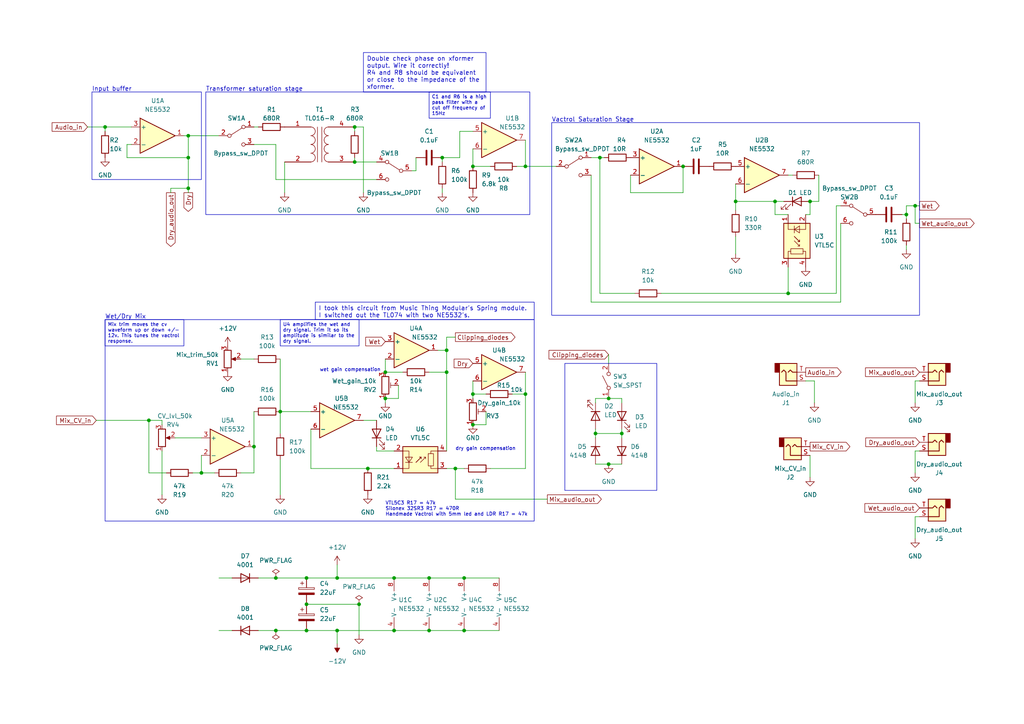
<source format=kicad_sch>
(kicad_sch (version 20230121) (generator eeschema)
  (paper "A4")
  (title_block (title "Eurorack Multi Saturation Module") (date "2023-12-22") (rev "0.4") (company "DIYSynthManila") (comment 1 "This version is a prototype."))
  (lib_symbols
    (symbol "Amplifier_Operational:NE5532" (pin_names (offset 0.127))
      (property "Reference" "U" (at 0 5.08 0))
      (property "Value" "NE5532" (at 0 -5.08 0))
      (symbol "NE5532_1_1"
        (polyline (pts (xy -5.08 5.08) (xy 5.08 0) (xy -5.08 -5.08) (xy -5.08 5.08)) (stroke (width 0.254)) (fill (type background)))
        (pin output line (at 7.62 0 180) (length 2.54) (name "~") (number "1"))
        (pin input line (at -7.62 -2.54 0) (length 2.54) (name "-") (number "2"))
        (pin input line (at -7.62 2.54 0) (length 2.54) (name "+") (number "3"))
      )
      (symbol "NE5532_2_1"
        (polyline (pts (xy -5.08 5.08) (xy 5.08 0) (xy -5.08 -5.08) (xy -5.08 5.08)) (stroke (width 0.254)) (fill (type background)))
        (pin input line (at -7.62 2.54 0) (length 2.54) (name "+") (number "5"))
        (pin input line (at -7.62 -2.54 0) (length 2.54) (name "-") (number "6"))
        (pin output line (at 7.62 0 180) (length 2.54) (name "~") (number "7"))
      )
      (symbol "NE5532_3_1"
        (pin power_in line (at -2.54 -7.62 90) (length 3.81) (name "V-") (number "4"))
        (pin power_in line (at -2.54 7.62 270) (length 3.81) (name "V+") (number "8"))
      )
    )
    (symbol "Connector_Audio:AudioJack2"
      (property "Reference" "J" (at 0 8.89 0))
      (property "Value" "AudioJack2" (at 0 6.35 0))
      (symbol "AudioJack2_0_1"
        (rectangle (start -3.81 0) (end -2.54 -2.54) (stroke (width 0.254)) (fill (type outline)))
        (rectangle (start -2.54 3.81) (end 2.54 -2.54) (stroke (width 0.254)) (fill (type background)))
        (polyline (pts (xy 0 0) (xy 0.635 -0.635) (xy 1.27 0) (xy 2.54 0)) (stroke (width 0.254)))
        (polyline (pts (xy 2.54 2.54) (xy -0.635 2.54) (xy -0.635 0) (xy -1.27 -0.635) (xy -1.905 0)) (stroke (width 0.254)))
      )
      (symbol "AudioJack2_1_1"
        (pin passive line (at 5.08 2.54 180) (length 2.54) (name "~") (number "S"))
        (pin passive line (at 5.08 0 180) (length 2.54) (name "~") (number "T"))
      )
    )
    (symbol "Device:C" (pin_numbers hide) (pin_names (offset 0.254))
      (property "Reference" "C" (at 0.635 2.54 0))
      (property "Value" "C" (at 0.635 -2.54 0))
      (symbol "C_0_1"
        (polyline (pts (xy -2.032 -0.762) (xy 2.032 -0.762)) (stroke (width 0.508)))
        (polyline (pts (xy -2.032 0.762) (xy 2.032 0.762)) (stroke (width 0.508)))
      )
      (symbol "C_1_1"
        (pin passive line (at 0 3.81 270) (length 2.794) (name "~") (number "1"))
        (pin passive line (at 0 -3.81 90) (length 2.794) (name "~") (number "2"))
      )
    )
    (symbol "Device:C_Polarized" (pin_numbers hide) (pin_names (offset 0.254))
      (property "Reference" "C" (at 0.635 2.54 0))
      (property "Value" "C_Polarized" (at 0.635 -2.54 0))
      (symbol "C_Polarized_0_1"
        (rectangle (start -2.286 0.508) (end 2.286 1.016))
        (polyline (pts (xy -1.778 2.286) (xy -0.762 2.286)))
        (polyline (pts (xy -1.27 2.794) (xy -1.27 1.778)))
        (rectangle (start 2.286 -0.508) (end -2.286 -1.016) (fill (type outline)))
      )
      (symbol "C_Polarized_1_1"
        (pin passive line (at 0 3.81 270) (length 2.794) (name "~") (number "1"))
        (pin passive line (at 0 -3.81 90) (length 2.794) (name "~") (number "2"))
      )
    )
    (symbol "Device:D" (pin_numbers hide) (pin_names (offset 1.016) hide)
      (property "Reference" "D" (at 0 2.54 0))
      (property "Value" "D" (at 0 -2.54 0))
      (symbol "D_0_1"
        (polyline (pts (xy -1.27 1.27) (xy -1.27 -1.27)) (stroke (width 0.254)))
        (polyline (pts (xy 1.27 0) (xy -1.27 0)))
        (polyline (pts (xy 1.27 1.27) (xy 1.27 -1.27) (xy -1.27 0) (xy 1.27 1.27)) (stroke (width 0.254)))
      )
      (symbol "D_1_1"
        (pin passive line (at -3.81 0 0) (length 2.54) (name "K") (number "1"))
        (pin passive line (at 3.81 0 180) (length 2.54) (name "A") (number "2"))
      )
    )
    (symbol "Device:LED" (pin_numbers hide) (pin_names (offset 1.016) hide)
      (property "Reference" "D" (at 0 2.54 0))
      (property "Value" "LED" (at 0 -2.54 0))
      (symbol "LED_0_1"
        (polyline (pts (xy -1.27 -1.27) (xy -1.27 1.27)) (stroke (width 0.254)))
        (polyline (pts (xy -1.27 0) (xy 1.27 0)))
        (polyline (pts (xy 1.27 -1.27) (xy 1.27 1.27) (xy -1.27 0) (xy 1.27 -1.27)) (stroke (width 0.254)))
        (polyline (pts (xy -3.048 -0.762) (xy -4.572 -2.286) (xy -3.81 -2.286) (xy -4.572 -2.286) (xy -4.572 -1.524)))
        (polyline (pts (xy -1.778 -0.762) (xy -3.302 -2.286) (xy -2.54 -2.286) (xy -3.302 -2.286) (xy -3.302 -1.524)))
      )
      (symbol "LED_1_1"
        (pin passive line (at -3.81 0 0) (length 2.54) (name "K") (number "1"))
        (pin passive line (at 3.81 0 180) (length 2.54) (name "A") (number "2"))
      )
    )
    (symbol "Device:R" (pin_numbers hide) (pin_names (offset 0))
      (property "Reference" "R" (at 2.032 0 90))
      (property "Value" "R" (at 0 0 90))
      (symbol "R_0_1"
        (rectangle (start -1.016 -2.54) (end 1.016 2.54) (stroke (width 0.254)))
      )
      (symbol "R_1_1"
        (pin passive line (at 0 3.81 270) (length 1.27) (name "~") (number "1"))
        (pin passive line (at 0 -3.81 90) (length 1.27) (name "~") (number "2"))
      )
    )
    (symbol "Device:R_Potentiometer" (pin_names (offset 1.016) hide)
      (property "Reference" "RV" (at -4.445 0 90))
      (property "Value" "R_Potentiometer" (at -2.54 0 90))
      (symbol "R_Potentiometer_0_1"
        (polyline (pts (xy 2.54 0) (xy 1.524 0)))
        (polyline (pts (xy 1.143 0) (xy 2.286 0.508) (xy 2.286 -0.508) (xy 1.143 0)) (fill (type outline)))
        (rectangle (start 1.016 2.54) (end -1.016 -2.54) (stroke (width 0.254)))
      )
      (symbol "R_Potentiometer_1_1"
        (pin passive line (at 0 3.81 270) (length 1.27) (name "1") (number "1"))
        (pin passive line (at 3.81 0 180) (length 1.27) (name "2") (number "2"))
        (pin passive line (at 0 -3.81 90) (length 1.27) (name "3") (number "3"))
      )
    )
    (symbol "Device:R_Potentiometer_Trim" (pin_names (offset 1.016) hide)
      (property "Reference" "RV" (at -4.445 0 90))
      (property "Value" "R_Potentiometer_Trim" (at -2.54 0 90))
      (symbol "R_Potentiometer_Trim_0_1"
        (polyline (pts (xy 1.524 0.762) (xy 1.524 -0.762)))
        (polyline (pts (xy 2.54 0) (xy 1.524 0)))
        (rectangle (start 1.016 2.54) (end -1.016 -2.54) (stroke (width 0.254)))
      )
      (symbol "R_Potentiometer_Trim_1_1"
        (pin passive line (at 0 3.81 270) (length 1.27) (name "1") (number "1"))
        (pin passive line (at 3.81 0 180) (length 1.27) (name "2") (number "2"))
        (pin passive line (at 0 -3.81 90) (length 1.27) (name "3") (number "3"))
      )
    )
    (symbol "Device:Transformer_1P_1S" (pin_names (offset 1.016) hide)
      (property "Reference" "T" (at 0 6.35 0))
      (property "Value" "Transformer_1P_1S" (at 0 -7.62 0))
      (symbol "Transformer_1P_1S_0_1"
        (arc (start -2.54 -5.0546) (mid -1.6599 -4.6901) (end -1.27 -3.81))
        (arc (start -2.54 -2.5146) (mid -1.6599 -2.1501) (end -1.27 -1.27))
        (arc (start -2.54 0.0254) (mid -1.6599 0.3899) (end -1.27 1.27))
        (arc (start -2.54 2.5654) (mid -1.6599 2.9299) (end -1.27 3.81))
        (arc (start -1.27 -3.81) (mid -1.642 -2.912) (end -2.54 -2.54))
        (arc (start -1.27 -1.27) (mid -1.642 -0.372) (end -2.54 0))
        (arc (start -1.27 1.27) (mid -1.642 2.168) (end -2.54 2.54))
        (arc (start -1.27 3.81) (mid -1.642 4.708) (end -2.54 5.08))
        (polyline (pts (xy -0.635 5.08) (xy -0.635 -5.08)))
        (polyline (pts (xy 0.635 -5.08) (xy 0.635 5.08)))
        (arc (start 1.2954 -1.27) (mid 1.6599 -2.1501) (end 2.54 -2.5146))
        (arc (start 1.2954 1.27) (mid 1.6599 0.3899) (end 2.54 0.0254))
        (arc (start 1.2954 3.81) (mid 1.6599 2.9299) (end 2.54 2.5654))
        (arc (start 1.3208 -3.81) (mid 1.6853 -4.6901) (end 2.5654 -5.0546))
        (arc (start 2.54 0) (mid 1.642 -0.372) (end 1.2954 -1.27))
        (arc (start 2.54 2.54) (mid 1.642 2.168) (end 1.2954 1.27))
        (arc (start 2.54 5.08) (mid 1.642 4.708) (end 1.2954 3.81))
        (arc (start 2.5654 -2.54) (mid 1.6674 -2.912) (end 1.3208 -3.81))
      )
      (symbol "Transformer_1P_1S_1_1"
        (pin passive line (at -10.16 5.08 0) (length 7.62) (name "AA") (number "1"))
        (pin passive line (at -10.16 -5.08 0) (length 7.62) (name "AB") (number "2"))
        (pin passive line (at 10.16 -5.08 180) (length 7.62) (name "SA") (number "3"))
        (pin passive line (at 10.16 5.08 180) (length 7.62) (name "SB") (number "4"))
      )
    )
    (symbol "Isolator:VTL5C" (pin_names (offset 1.016) hide)
      (property "Reference" "U" (at 0 5.08 0))
      (property "Value" "VTL5C" (at 0 -5.08 0))
      (symbol "VTL5C_0_1"
        (rectangle (start -5.08 3.81) (end 5.08 -3.81) (stroke (width 0.254)) (fill (type background)))
        (polyline (pts (xy -4.318 0.762) (xy -2.286 0.762)))
        (polyline (pts (xy -1.27 0.762) (xy 0.254 -0.762)))
        (polyline (pts (xy -1.27 0.762) (xy 0.254 -0.762)))
        (polyline (pts (xy 0 0.762) (xy 1.524 -0.762)))
        (polyline (pts (xy 0.254 -0.254) (xy 0.254 -0.762) (xy -0.254 -0.762)))
        (polyline (pts (xy 0.254 -0.254) (xy 0.254 -0.762) (xy -0.254 -0.762)))
        (polyline (pts (xy 1.524 -0.254) (xy 1.524 -0.762) (xy 1.016 -0.762)))
        (polyline (pts (xy 3.048 -1.778) (xy 3.048 -2.54) (xy 5.08 -2.54)))
        (polyline (pts (xy 3.048 1.778) (xy 3.048 2.54) (xy 5.08 2.54)))
        (polyline (pts (xy -5.08 -2.54) (xy -3.302 -2.54) (xy -3.302 2.54) (xy -5.08 2.54)))
        (rectangle (start 2.286 1.778) (end 3.81 -1.778))
      )
      (symbol "VTL5C_1_1"
        (polyline (pts (xy -4.318 -0.762) (xy -3.302 0.762) (xy -2.286 -0.762) (xy -4.318 -0.762)))
        (pin passive line (at -7.62 2.54 0) (length 2.54) (name "-") (number "1"))
        (pin passive line (at -7.62 -2.54 0) (length 2.54) (name "+") (number "2"))
        (pin passive line (at 7.62 2.54 180) (length 2.54) (name "~") (number "3"))
        (pin passive line (at 7.62 -2.54 180) (length 2.54) (name "~") (number "4"))
      )
    )
    (symbol "Switch:SW_DPDT_x2" (pin_names (offset 0) hide)
      (property "Reference" "SW" (at 0 4.318 0))
      (property "Value" "SW_DPDT_x2" (at 0 -5.08 0))
      (symbol "SW_DPDT_x2_0_0"
        (circle (center -2.032 0) (radius 0.508))
        (circle (center 2.032 -2.54) (radius 0.508))
      )
      (symbol "SW_DPDT_x2_0_1"
        (polyline (pts (xy -1.524 0.254) (xy 1.651 2.286)))
        (circle (center 2.032 2.54) (radius 0.508))
      )
      (symbol "SW_DPDT_x2_1_1"
        (pin passive line (at 5.08 2.54 180) (length 2.54) (name "A") (number "1"))
        (pin passive line (at -5.08 0 0) (length 2.54) (name "B") (number "2"))
        (pin passive line (at 5.08 -2.54 180) (length 2.54) (name "C") (number "3"))
      )
      (symbol "SW_DPDT_x2_2_1"
        (pin passive line (at 5.08 2.54 180) (length 2.54) (name "A") (number "4"))
        (pin passive line (at -5.08 0 0) (length 2.54) (name "B") (number "5"))
        (pin passive line (at 5.08 -2.54 180) (length 2.54) (name "C") (number "6"))
      )
    )
    (symbol "Switch:SW_SPST" (pin_names (offset 0) hide)
      (property "Reference" "SW" (at 0 3.175 0))
      (property "Value" "SW_SPST" (at 0 -2.54 0))
      (symbol "SW_SPST_0_0"
        (circle (center -2.032 0) (radius 0.508))
        (polyline (pts (xy -1.524 0.254) (xy 1.524 1.778)))
        (circle (center 2.032 0) (radius 0.508))
      )
      (symbol "SW_SPST_1_1"
        (pin passive line (at -5.08 0 0) (length 2.54) (name "A") (number "1"))
        (pin passive line (at 5.08 0 180) (length 2.54) (name "B") (number "2"))
      )
    )
    (symbol "power:+12V" (power) (pin_names (offset 0))
      (property "Value" "+12V" (at 0 3.556 0))
      (symbol "+12V_0_1"
        (polyline (pts (xy -0.762 1.27) (xy 0 2.54)))
        (polyline (pts (xy 0 0) (xy 0 2.54)))
        (polyline (pts (xy 0 2.54) (xy 0.762 1.27)))
      )
      (symbol "+12V_1_1"
        (pin power_in line (at 0 0 90) (length 0) hide (name "+12V") (number "1"))
      )
    )
    (symbol "power:-12V" (power) (pin_names (offset 0))
      (property "Value" "-12V" (at 0 3.81 0))
      (symbol "-12V_0_0"
        (pin power_in line (at 0 0 90) (length 0) hide (name "-12V") (number "1"))
      )
      (symbol "-12V_0_1"
        (polyline (pts (xy 0 0) (xy 0 1.27) (xy 0.762 1.27) (xy 0 2.54) (xy -0.762 1.27) (xy 0 1.27)) (fill (type outline)))
      )
    )
    (symbol "power:GND" (power) (pin_names (offset 0))
      (property "Value" "GND" (at 0 -3.81 0))
      (symbol "GND_0_1"
        (polyline (pts (xy 0 0) (xy 0 -1.27) (xy 1.27 -1.27) (xy 0 -2.54) (xy -1.27 -1.27) (xy 0 -1.27)))
      )
      (symbol "GND_1_1"
        (pin power_in line (at 0 0 270) (length 0) hide (name "GND") (number "1"))
      )
    )
    (symbol "power:PWR_FLAG" (power) (pin_numbers hide) (pin_names (offset 0) hide)
      (property "Value" "PWR_FLAG" (at 0 3.81 0))
      (symbol "PWR_FLAG_0_0"
        (pin power_out line (at 0 0 90) (length 0) (name "pwr") (number "1"))
      )
      (symbol "PWR_FLAG_0_1"
        (polyline (pts (xy 0 0) (xy 0 1.27) (xy -1.016 1.905) (xy 0 2.54) (xy 1.016 1.905) (xy 0 1.27)))
      )
    )
  )
  (junction (at 97.79 167.64))
  (junction (at 134.62 182.88))
  (junction (at 104.14 175.26))
  (junction (at 262.89 62.23))
  (junction (at 124.46 182.88))
  (junction (at 129.54 107.95))
  (junction (at 176.53 115.57))
  (junction (at 173.99 45.72))
  (junction (at 54.61 54.61))
  (junction (at 106.68 135.89))
  (junction (at 111.76 115.57))
  (junction (at 80.01 167.64))
  (junction (at 137.16 48.26))
  (junction (at 124.46 167.64))
  (junction (at 213.36 58.42))
  (junction (at 134.62 167.64))
  (junction (at 176.53 134.62))
  (junction (at 137.16 123.19))
  (junction (at 102.87 46.99))
  (junction (at 73.66 129.54))
  (junction (at 128.27 45.72))
  (junction (at 88.9 175.26))
  (junction (at 54.61 39.37))
  (junction (at 265.43 59.69))
  (junction (at 234.95 58.42))
  (junction (at 58.42 137.16))
  (junction (at 224.79 58.42))
  (junction (at 114.3 182.88))
  (junction (at 129.54 101.6))
  (junction (at 172.72 125.73))
  (junction (at 80.01 182.88))
  (junction (at 81.28 119.38))
  (junction (at 114.3 167.64))
  (junction (at 228.6 85.09))
  (junction (at 198.12 48.26))
  (junction (at 97.79 182.88))
  (junction (at 43.18 121.92))
  (junction (at 152.4 114.3))
  (junction (at 88.9 167.64))
  (junction (at 30.48 36.83))
  (junction (at 132.08 135.89))
  (junction (at 102.87 36.83))
  (junction (at 88.9 182.88))
  (junction (at 111.76 107.95))
  (junction (at 180.34 125.73))
  (junction (at 137.16 114.3))
  (junction (at 54.61 45.72))
  (junction (at 152.4 48.26))
  (wire (pts (xy 172.72 124.46) (xy 172.72 125.73)))
  (wire (pts (xy 97.79 182.88) (xy 114.3 182.88)))
  (wire (pts (xy 149.86 48.26) (xy 152.4 48.26)))
  (wire (pts (xy 114.3 167.64) (xy 124.46 167.64)))
  (wire (pts (xy 137.16 48.26) (xy 142.24 48.26)))
  (wire (pts (xy 80.01 182.88) (xy 88.9 182.88)))
  (wire (pts (xy 36.83 45.72) (xy 54.61 45.72)))
  (wire (pts (xy 182.88 55.88) (xy 198.12 55.88)))
  (wire (pts (xy 137.16 115.57) (xy 137.16 114.3)))
  (wire (pts (xy 27.94 121.92) (xy 43.18 121.92)))
  (wire (pts (xy 224.79 62.23) (xy 224.79 58.42)))
  (wire (pts (xy 109.22 121.92) (xy 105.41 121.92)))
  (wire (pts (xy 115.57 111.76) (xy 115.57 115.57)))
  (wire (pts (xy 90.17 124.46) (xy 90.17 135.89)))
  (wire (pts (xy 266.7 110.49) (xy 265.43 110.49)))
  (wire (pts (xy 111.76 107.95) (xy 116.84 107.95)))
  (wire (pts (xy 262.89 59.69) (xy 265.43 59.69)))
  (wire (pts (xy 81.28 119.38) (xy 90.17 119.38)))
  (wire (pts (xy 140.97 123.19) (xy 137.16 123.19)))
  (wire (pts (xy 115.57 115.57) (xy 111.76 115.57)))
  (wire (pts (xy 237.49 50.8) (xy 237.49 58.42)))
  (wire (pts (xy 73.66 129.54) (xy 73.66 137.16)))
  (wire (pts (xy 102.87 38.1) (xy 102.87 36.83)))
  (wire (pts (xy 176.53 115.57) (xy 180.34 115.57)))
  (wire (pts (xy 172.72 134.62) (xy 176.53 134.62)))
  (wire (pts (xy 134.62 182.88) (xy 144.78 182.88)))
  (wire (pts (xy 133.35 38.1) (xy 137.16 38.1)))
  (wire (pts (xy 265.43 110.49) (xy 265.43 116.84)))
  (wire (pts (xy 46.99 130.81) (xy 46.99 143.51)))
  (wire (pts (xy 30.48 36.83) (xy 38.1 36.83)))
  (wire (pts (xy 228.6 77.47) (xy 228.6 85.09)))
  (wire (pts (xy 129.54 101.6) (xy 127 101.6)))
  (wire (pts (xy 180.34 125.73) (xy 180.34 127)))
  (wire (pts (xy 54.61 45.72) (xy 54.61 54.61)))
  (wire (pts (xy 137.16 110.49) (xy 137.16 114.3)))
  (wire (pts (xy 182.88 50.8) (xy 182.88 55.88)))
  (wire (pts (xy 129.54 97.79) (xy 129.54 101.6)))
  (wire (pts (xy 243.84 59.69) (xy 242.57 59.69)))
  (wire (pts (xy 97.79 182.88) (xy 97.79 186.69)))
  (wire (pts (xy 81.28 119.38) (xy 81.28 125.73)))
  (wire (pts (xy 53.34 39.37) (xy 54.61 39.37)))
  (wire (pts (xy 111.76 104.14) (xy 111.76 107.95)))
  (wire (pts (xy 152.4 114.3) (xy 152.4 135.89)))
  (wire (pts (xy 25.4 36.83) (xy 30.48 36.83)))
  (wire (pts (xy 49.53 54.61) (xy 49.53 55.88)))
  (wire (pts (xy 243.84 87.63) (xy 171.45 87.63)))
  (wire (pts (xy 152.4 40.64) (xy 152.4 48.26)))
  (wire (pts (xy 191.77 85.09) (xy 228.6 85.09)))
  (wire (pts (xy 265.43 64.77) (xy 266.7 64.77)))
  (wire (pts (xy 129.54 107.95) (xy 129.54 130.81)))
  (wire (pts (xy 54.61 54.61) (xy 49.53 54.61)))
  (wire (pts (xy 105.41 55.88) (xy 105.41 36.83)))
  (wire (pts (xy 97.79 167.64) (xy 114.3 167.64)))
  (wire (pts (xy 242.57 59.69) (xy 242.57 85.09)))
  (wire (pts (xy 114.3 182.88) (xy 124.46 182.88)))
  (wire (pts (xy 88.9 175.26) (xy 104.14 175.26)))
  (wire (pts (xy 152.4 48.26) (xy 161.29 48.26)))
  (wire (pts (xy 233.68 110.49) (xy 236.22 110.49)))
  (wire (pts (xy 176.53 102.87) (xy 176.53 105.41)))
  (wire (pts (xy 237.49 58.42) (xy 234.95 58.42)))
  (wire (pts (xy 69.85 104.14) (xy 73.66 104.14)))
  (wire (pts (xy 213.36 53.34) (xy 213.36 58.42)))
  (wire (pts (xy 132.08 144.78) (xy 132.08 135.89)))
  (wire (pts (xy 173.99 45.72) (xy 175.26 45.72)))
  (wire (pts (xy 213.36 58.42) (xy 224.79 58.42)))
  (wire (pts (xy 69.85 137.16) (xy 73.66 137.16)))
  (wire (pts (xy 262.89 62.23) (xy 261.62 62.23)))
  (wire (pts (xy 173.99 85.09) (xy 184.15 85.09)))
  (wire (pts (xy 109.22 130.81) (xy 114.3 130.81)))
  (wire (pts (xy 180.34 125.73) (xy 180.34 124.46)))
  (wire (pts (xy 129.54 107.95) (xy 129.54 101.6)))
  (wire (pts (xy 106.68 135.89) (xy 114.3 135.89)))
  (wire (pts (xy 82.55 46.99) (xy 82.55 55.88)))
  (wire (pts (xy 234.95 132.08) (xy 234.95 138.43)))
  (wire (pts (xy 80.01 41.91) (xy 73.66 41.91)))
  (wire (pts (xy 224.79 62.23) (xy 228.6 62.23)))
  (wire (pts (xy 266.7 130.81) (xy 265.43 130.81)))
  (wire (pts (xy 128.27 46.99) (xy 128.27 45.72)))
  (wire (pts (xy 111.76 115.57) (xy 111.76 116.84)))
  (wire (pts (xy 176.53 134.62) (xy 180.34 134.62)))
  (wire (pts (xy 58.42 137.16) (xy 62.23 137.16)))
  (wire (pts (xy 265.43 59.69) (xy 266.7 59.69)))
  (wire (pts (xy 43.18 121.92) (xy 46.99 121.92)))
  (wire (pts (xy 171.45 45.72) (xy 173.99 45.72)))
  (wire (pts (xy 228.6 50.8) (xy 229.87 50.8)))
  (wire (pts (xy 124.46 107.95) (xy 129.54 107.95)))
  (wire (pts (xy 90.17 135.89) (xy 106.68 135.89)))
  (wire (pts (xy 124.46 167.64) (xy 134.62 167.64)))
  (wire (pts (xy 97.79 167.64) (xy 88.9 167.64)))
  (wire (pts (xy 171.45 87.63) (xy 171.45 50.8)))
  (wire (pts (xy 30.48 38.1) (xy 30.48 36.83)))
  (wire (pts (xy 227.33 58.42) (xy 224.79 58.42)))
  (wire (pts (xy 80.01 41.91) (xy 80.01 52.07)))
  (wire (pts (xy 132.08 135.89) (xy 134.62 135.89)))
  (wire (pts (xy 58.42 132.08) (xy 58.42 137.16)))
  (wire (pts (xy 132.08 97.79) (xy 129.54 97.79)))
  (wire (pts (xy 120.65 45.72) (xy 120.65 49.53)))
  (wire (pts (xy 81.28 133.35) (xy 81.28 143.51)))
  (wire (pts (xy 129.54 135.89) (xy 132.08 135.89)))
  (wire (pts (xy 242.57 85.09) (xy 228.6 85.09)))
  (wire (pts (xy 173.99 85.09) (xy 173.99 45.72)))
  (wire (pts (xy 172.72 125.73) (xy 180.34 125.73)))
  (wire (pts (xy 133.35 38.1) (xy 133.35 45.72)))
  (wire (pts (xy 102.87 45.72) (xy 102.87 46.99)))
  (wire (pts (xy 128.27 45.72) (xy 133.35 45.72)))
  (wire (pts (xy 50.8 127) (xy 58.42 127)))
  (wire (pts (xy 180.34 115.57) (xy 180.34 116.84)))
  (wire (pts (xy 43.18 137.16) (xy 43.18 121.92)))
  (wire (pts (xy 74.93 36.83) (xy 73.66 36.83)))
  (wire (pts (xy 80.01 167.64) (xy 88.9 167.64)))
  (wire (pts (xy 54.61 45.72) (xy 54.61 39.37)))
  (wire (pts (xy 152.4 135.89) (xy 142.24 135.89)))
  (wire (pts (xy 265.43 149.86) (xy 265.43 156.21)))
  (wire (pts (xy 54.61 54.61) (xy 54.61 55.88)))
  (wire (pts (xy 262.89 63.5) (xy 262.89 62.23)))
  (wire (pts (xy 38.1 41.91) (xy 36.83 41.91)))
  (wire (pts (xy 48.26 137.16) (xy 43.18 137.16)))
  (wire (pts (xy 97.79 182.88) (xy 88.9 182.88)))
  (wire (pts (xy 198.12 55.88) (xy 198.12 48.26)))
  (wire (pts (xy 234.95 62.23) (xy 233.68 62.23)))
  (wire (pts (xy 104.14 184.15) (xy 104.14 175.26)))
  (wire (pts (xy 148.59 114.3) (xy 152.4 114.3)))
  (wire (pts (xy 265.43 59.69) (xy 265.43 64.77)))
  (wire (pts (xy 102.87 36.83) (xy 105.41 36.83)))
  (wire (pts (xy 81.28 104.14) (xy 81.28 119.38)))
  (wire (pts (xy 74.93 167.64) (xy 80.01 167.64)))
  (wire (pts (xy 213.36 60.96) (xy 213.36 58.42)))
  (wire (pts (xy 172.72 125.73) (xy 172.72 127)))
  (wire (pts (xy 120.65 49.53) (xy 119.38 49.53)))
  (wire (pts (xy 172.72 115.57) (xy 176.53 115.57)))
  (wire (pts (xy 140.97 119.38) (xy 140.97 123.19)))
  (wire (pts (xy 73.66 119.38) (xy 73.66 129.54)))
  (wire (pts (xy 132.08 144.78) (xy 158.75 144.78)))
  (wire (pts (xy 54.61 39.37) (xy 63.5 39.37)))
  (wire (pts (xy 109.22 130.81) (xy 109.22 129.54)))
  (wire (pts (xy 236.22 110.49) (xy 236.22 116.84)))
  (wire (pts (xy 128.27 54.61) (xy 128.27 55.88)))
  (wire (pts (xy 262.89 59.69) (xy 262.89 62.23)))
  (wire (pts (xy 80.01 52.07) (xy 109.22 52.07)))
  (wire (pts (xy 152.4 107.95) (xy 152.4 114.3)))
  (wire (pts (xy 262.89 72.39) (xy 262.89 71.12)))
  (wire (pts (xy 243.84 87.63) (xy 243.84 64.77)))
  (wire (pts (xy 36.83 41.91) (xy 36.83 45.72)))
  (wire (pts (xy 124.46 182.88) (xy 134.62 182.88)))
  (wire (pts (xy 134.62 167.64) (xy 144.78 167.64)))
  (wire (pts (xy 172.72 116.84) (xy 172.72 115.57)))
  (wire (pts (xy 63.5 182.88) (xy 67.31 182.88)))
  (wire (pts (xy 137.16 114.3) (xy 140.97 114.3)))
  (wire (pts (xy 266.7 149.86) (xy 265.43 149.86)))
  (wire (pts (xy 55.88 137.16) (xy 58.42 137.16)))
  (wire (pts (xy 46.99 121.92) (xy 46.99 123.19)))
  (wire (pts (xy 234.95 58.42) (xy 234.95 62.23)))
  (wire (pts (xy 213.36 68.58) (xy 213.36 73.66)))
  (wire (pts (xy 265.43 130.81) (xy 265.43 137.16)))
  (wire (pts (xy 97.79 163.83) (xy 97.79 167.64)))
  (wire (pts (xy 137.16 43.18) (xy 137.16 48.26)))
  (wire (pts (xy 74.93 182.88) (xy 80.01 182.88)))
  (wire (pts (xy 102.87 46.99) (xy 109.22 46.99)))
  (wire (pts (xy 63.5 167.64) (xy 67.31 167.64)))
  (rectangle (start 26.67 26.67) (end 58.42 52.07))
  (rectangle (start 160.02 35.56) (end 266.7 91.44))
  (rectangle (start 163.83 105.41) (end 190.5 142.24))
  (rectangle (start 30.48 92.71) (end 154.94 151.13))
  (rectangle (start 59.69 26.67) (end 153.67 62.23))
  (text_box "C1 and R6 is a high pass filter with a cut off frequency of 15Hz" (at 124.46 26.67 0) (size 17.78 7.62) (effects (font (size 1 1)) (justify left top)))
  (text_box "Double check phase on xformer output. Wire it correctly!\nR4 and R8 should be equivalent or close to the impedance of the xformer." (at 105.41 15.24 0) (size 35.56 11.43) (effects (font (size 1.27 1.27)) (justify left top)))
  (text_box "I took this circuit from Music Thing Modular's Spring module. I switched out the TL074 with two NE5532's." (at 91.44 87.63 0) (size 63.5 5.08) (effects (font (size 1.27 1.27)) (justify left top)))
  (text_box "U4 amplifies the wet and dry signal. Trim it so its amplitude is similar to the dry signal." (at 81.28 92.71 0) (size 22.86 7.62) (effects (font (size 1 1)) (justify left top)))
  (text_box "Mix trim moves the cv waveform up or down +/- 12v. This tunes the vactrol response." (at 30.48 92.71 0) (size 22.86 7.62) (effects (font (size 1 1)) (justify left top)))
  (text "dry gain compensation\n" (at 132.08 130.81 0) (effects (font (size 1 1)) (justify left bottom)))
  (text "Input buffer" (at 26.67 26.67 0) (effects (font (size 1.27 1.27)) (justify left bottom)))
  (text "VTL5C3 R17 = 47k\nSilonex 32SR3 R17 = 470R\nHandmade Vactrol with 5mm led and LDR R17 = 47k" (at 111.76 149.86 0) (effects (font (size 1 1)) (justify left bottom)))
  (text "Vactrol Saturation Stage" (at 160.02 35.56 0) (effects (font (size 1.27 1.27)) (justify left bottom)))
  (text "Wet/Dry Mix" (at 30.48 92.71 0) (effects (font (size 1.27 1.27)) (justify left bottom)))
  (text "wet gain compensation\n" (at 92.71 107.95 0) (effects (font (size 1 1)) (justify left bottom)))
  (text "Transformer saturation stage" (at 59.69 26.67 0) (effects (font (size 1.27 1.27)) (justify left bottom)))
  (global_label "Wet_audio_out" (shape output) (at 266.7 64.77 0) (property "Intersheetrefs" "${INTERSHEET_REFS}" (effects hide)))
  (global_label "Wet_audio_out" (shape input) (at 266.7 147.32 180) (property "Intersheetrefs" "${INTERSHEET_REFS}" (effects hide)))
  (global_label "Wet" (shape output) (at 266.7 59.69 0) (property "Intersheetrefs" "${INTERSHEET_REFS}" (effects hide)))
  (global_label "Mix_audio_out" (shape output) (at 158.75 144.78 0) (property "Intersheetrefs" "${INTERSHEET_REFS}" (effects hide)))
  (global_label "Audio_in" (shape input) (at 25.4 36.83 180) (property "Intersheetrefs" "${INTERSHEET_REFS}" (effects hide)))
  (global_label "Dry" (shape input) (at 137.16 105.41 180) (property "Intersheetrefs" "${INTERSHEET_REFS}" (effects hide)))
  (global_label "Mix_audio_out" (shape input) (at 266.7 107.95 180) (property "Intersheetrefs" "${INTERSHEET_REFS}" (effects hide)))
  (global_label "Dry_audio_out" (shape input) (at 266.7 128.27 180) (property "Intersheetrefs" "${INTERSHEET_REFS}" (effects hide)))
  (global_label "Mix_CV_in" (shape input) (at 27.94 121.92 180) (property "Intersheetrefs" "${INTERSHEET_REFS}" (effects hide)))
  (global_label "Dry" (shape output) (at 54.61 55.88 270) (property "Intersheetrefs" "${INTERSHEET_REFS}" (effects hide)))
  (global_label "Dry_audio_out" (shape output) (at 49.53 55.88 270) (property "Intersheetrefs" "${INTERSHEET_REFS}" (effects hide)))
  (global_label "Clipping_diodes" (shape input) (at 176.53 102.87 180) (property "Intersheetrefs" "${INTERSHEET_REFS}" (effects hide)))
  (global_label "Audio_in" (shape output) (at 233.68 107.95 0) (property "Intersheetrefs" "${INTERSHEET_REFS}" (effects hide)))
  (global_label "Wet" (shape input) (at 111.76 99.06 180) (property "Intersheetrefs" "${INTERSHEET_REFS}" (effects hide)))
  (global_label "Mix_CV_in" (shape output) (at 234.95 129.54 0) (property "Intersheetrefs" "${INTERSHEET_REFS}" (effects hide)))
  (global_label "Clipping_diodes" (shape output) (at 132.08 97.79 0) (property "Intersheetrefs" "${INTERSHEET_REFS}" (effects hide)))
  (symbol (lib_id "Device:R") (at 81.28 129.54 0) (unit 1)
    (property "Reference" "R17" (at 83.82 128.27 0) (effects (justify left)))
    (property "Value" "100k" (at 83.82 130.81 0) (effects (justify left)))
  )
  (symbol (lib_id "power:-12V") (at 97.79 186.69 180) (unit 1)
    (property "Reference" "#PWR022" (effects hide))
    (property "Value" "-12V" (at 97.79 191.77 0))
  )
  (symbol (lib_id "power:GND") (at 30.48 45.72 0) (unit 1)
    (property "Reference" "#PWR02" (effects hide))
    (property "Value" "GND" (at 30.48 50.8 0))
  )
  (symbol (lib_id "Device:R") (at 209.55 48.26 90) (unit 1)
    (property "Reference" "R5" (at 209.55 41.91 90))
    (property "Value" "10R" (at 209.55 44.45 90))
  )
  (symbol (lib_id "Device:D") (at 71.12 182.88 0) (unit 1)
    (property "Reference" "D8" (at 71.12 176.53 0))
    (property "Value" "4001" (at 71.12 179.07 0))
    (property "Sim.Device" "D" (effects hide))
    (property "Sim.Pins" "1=K 2=A" (effects hide))
  )
  (symbol (lib_id "Device:R_Potentiometer_Trim") (at 111.76 111.76 0) (mirror x) (unit 1)
    (property "Reference" "RV2" (at 109.22 113.03 0) (effects (justify right)))
    (property "Value" "Wet_gain_10k" (at 109.22 110.49 0) (effects (justify right)))
  )
  (symbol (lib_id "Device:R") (at 144.78 114.3 270) (unit 1)
    (property "Reference" "R15" (at 146.05 111.76 90))
    (property "Value" "10k" (at 149.86 113.03 90))
  )
  (symbol (lib_id "Amplifier_Operational:NE5532") (at 147.32 175.26 0) (unit 3)
    (property "Reference" "U5" (at 146.05 173.99 0) (effects (justify left)))
    (property "Value" "NE5532" (at 146.05 176.53 0) (effects (justify left)))
    (property "Datasheet" "http://www.ti.com/lit/ds/symlink/ne5532.pdf" (effects hide))
  )
  (symbol (lib_id "Amplifier_Operational:NE5532") (at 127 175.26 0) (unit 3)
    (property "Reference" "U2" (at 125.73 173.99 0) (effects (justify left)))
    (property "Value" "NE5532" (at 125.73 176.53 0) (effects (justify left)))
    (property "Datasheet" "http://www.ti.com/lit/ds/symlink/ne5532.pdf" (effects hide))
  )
  (symbol (lib_id "power:GND") (at 105.41 55.88 0) (unit 1)
    (property "Reference" "#PWR04" (effects hide))
    (property "Value" "GND" (at 105.41 60.96 0))
  )
  (symbol (lib_id "Device:R") (at 179.07 45.72 90) (mirror x) (unit 1)
    (property "Reference" "R4" (at 181.61 40.64 90) (effects (justify left)))
    (property "Value" "10R" (at 181.61 43.18 90) (effects (justify left)))
  )
  (symbol (lib_id "Device:R") (at 66.04 137.16 90) (mirror x) (unit 1)
    (property "Reference" "R20" (at 66.04 143.51 90))
    (property "Value" "47k" (at 66.04 140.97 90))
  )
  (symbol (lib_id "power:GND") (at 265.43 156.21 0) (unit 1)
    (property "Reference" "#PWR024" (effects hide))
    (property "Value" "GND" (at 265.43 161.29 0))
  )
  (symbol (lib_id "power:GND") (at 137.16 55.88 0) (unit 1)
    (property "Reference" "#PWR06" (effects hide))
    (property "Value" "GND" (at 137.16 60.96 0))
  )
  (symbol (lib_id "Device:R") (at 138.43 135.89 90) (mirror x) (unit 1)
    (property "Reference" "R18" (at 138.43 142.24 90))
    (property "Value" "47k" (at 138.43 139.7 90))
  )
  (symbol (lib_id "Connector_Audio:AudioJack2") (at 271.78 128.27 180) (unit 1)
    (property "Reference" "J4" (at 272.415 137.16 0))
    (property "Value" "Dry_audio_out" (at 272.415 134.62 0))
  )
  (symbol (lib_id "power:GND") (at 262.89 72.39 0) (unit 1)
    (property "Reference" "#PWR07" (effects hide))
    (property "Value" "GND" (at 262.89 77.47 0))
  )
  (symbol (lib_id "Amplifier_Operational:NE5532") (at 97.79 121.92 0) (unit 2)
    (property "Reference" "U5" (at 99.06 115.57 0))
    (property "Value" "NE5532" (at 100.33 118.11 0))
    (property "Datasheet" "http://www.ti.com/lit/ds/symlink/ne5532.pdf" (effects hide))
  )
  (symbol (lib_id "power:GND") (at 46.99 143.51 0) (unit 1)
    (property "Reference" "#PWR017" (effects hide))
    (property "Value" "GND" (at 46.99 148.59 0))
  )
  (symbol (lib_id "Device:R_Potentiometer_Trim") (at 137.16 119.38 0) (mirror x) (unit 1)
    (property "Reference" "RV3" (at 144.78 120.65 0) (effects (justify right)))
    (property "Value" "Dry_gain_10k" (at 151.13 116.84 0) (effects (justify right)))
  )
  (symbol (lib_id "Amplifier_Operational:NE5532") (at 66.04 129.54 0) (unit 1)
    (property "Reference" "U5" (at 66.04 121.92 0))
    (property "Value" "NE5532" (at 67.31 124.46 0))
    (property "Datasheet" "http://www.ti.com/lit/ds/symlink/ne5532.pdf" (effects hide))
  )
  (symbol (lib_id "power:GND") (at 128.27 55.88 0) (unit 1)
    (property "Reference" "#PWR05" (effects hide))
    (property "Value" "GND" (at 128.27 60.96 0))
  )
  (symbol (lib_id "Device:R") (at 213.36 64.77 0) (unit 1)
    (property "Reference" "R10" (at 215.9 63.5 0) (effects (justify left)))
    (property "Value" "330R" (at 215.9 66.04 0) (effects (justify left)))
  )
  (symbol (lib_id "Switch:SW_SPST") (at 176.53 110.49 90) (unit 1)
    (property "Reference" "SW3" (at 177.8 109.22 90) (effects (justify right)))
    (property "Value" "SW_SPST" (at 177.8 111.76 90) (effects (justify right)))
  )
  (symbol (lib_id "Device:Transformer_1P_1S") (at 92.71 41.91 0) (unit 1)
    (property "Reference" "T1" (at 92.7227 31.75 0))
    (property "Value" "TL016-R" (at 92.7227 34.29 0))
  )
  (symbol (lib_id "Amplifier_Operational:NE5532") (at 45.72 39.37 0) (unit 1)
    (property "Reference" "U1" (at 45.72 29.21 0))
    (property "Value" "NE5532" (at 45.72 31.75 0))
    (property "Datasheet" "http://www.ti.com/lit/ds/symlink/ne5532.pdf" (effects hide))
  )
  (symbol (lib_id "power:GND") (at 176.53 134.62 0) (unit 1)
    (property "Reference" "#PWR015" (effects hide))
    (property "Value" "GND" (at 176.53 139.7 0))
  )
  (symbol (lib_id "Device:LED") (at 109.22 125.73 90) (unit 1)
    (property "Reference" "D4" (at 111.76 124.46 90) (effects (justify right)))
    (property "Value" "LED" (at 111.76 127 90) (effects (justify right)))
  )
  (symbol (lib_id "power:GND") (at 265.43 137.16 0) (unit 1)
    (property "Reference" "#PWR023" (effects hide))
    (property "Value" "GND" (at 265.43 142.24 0))
  )
  (symbol (lib_id "Device:C") (at 201.93 48.26 90) (unit 1)
    (property "Reference" "C2" (at 201.93 40.64 90))
    (property "Value" "1uF" (at 201.93 43.18 90))
  )
  (symbol (lib_id "Device:C") (at 257.81 62.23 270) (unit 1)
    (property "Reference" "C3" (at 257.81 54.61 90))
    (property "Value" "0.1uF" (at 257.81 57.15 90))
  )
  (symbol (lib_id "Device:R") (at 102.87 41.91 0) (unit 1)
    (property "Reference" "R3" (at 101.6 31.75 0) (effects (justify left)))
    (property "Value" "680R" (at 100.33 34.29 0) (effects (justify left)))
  )
  (symbol (lib_id "Device:C_Polarized") (at 88.9 171.45 0) (unit 1)
    (property "Reference" "C4" (at 92.71 169.291 0) (effects (justify left)))
    (property "Value" "22uF" (at 92.71 171.831 0) (effects (justify left)))
  )
  (symbol (lib_id "Device:R") (at 77.47 104.14 90) (unit 1)
    (property "Reference" "R13" (at 77.47 97.79 90))
    (property "Value" "100k" (at 77.47 100.33 90))
  )
  (symbol (lib_id "Switch:SW_DPDT_x2") (at 166.37 48.26 0) (unit 1)
    (property "Reference" "SW2" (at 166.37 40.64 0))
    (property "Value" "Bypass_sw_DPDT" (at 168.91 43.18 0))
  )
  (symbol (lib_id "power:PWR_FLAG") (at 80.01 182.88 180) (unit 1)
    (property "Reference" "#FLG03" (effects hide))
    (property "Value" "PWR_FLAG" (at 80.01 187.96 0))
  )
  (symbol (lib_id "power:GND") (at 81.28 143.51 0) (unit 1)
    (property "Reference" "#PWR018" (effects hide))
    (property "Value" "GND" (at 81.28 148.59 0))
  )
  (symbol (lib_id "Switch:SW_DPDT_x2") (at 248.92 62.23 0) (mirror y) (unit 2)
    (property "Reference" "SW2" (at 246.38 57.15 0))
    (property "Value" "Bypass_sw_DPDT" (at 246.38 54.61 0))
  )
  (symbol (lib_id "Device:D") (at 180.34 130.81 90) (unit 1)
    (property "Reference" "D6" (at 182.88 129.54 90) (effects (justify right)))
    (property "Value" "4148" (at 182.88 132.08 90) (effects (justify right)))
    (property "Sim.Device" "D" (effects hide))
    (property "Sim.Pins" "1=K 2=A" (effects hide))
  )
  (symbol (lib_id "Amplifier_Operational:NE5532") (at 144.78 107.95 0) (unit 2)
    (property "Reference" "U4" (at 144.78 101.6 0))
    (property "Value" "NE5532" (at 148.59 104.14 0))
    (property "Datasheet" "http://www.ti.com/lit/ds/symlink/ne5532.pdf" (effects hide))
  )
  (symbol (lib_id "Amplifier_Operational:NE5532") (at 116.84 175.26 0) (unit 3)
    (property "Reference" "U1" (at 115.57 173.99 0) (effects (justify left)))
    (property "Value" "NE5532" (at 115.57 176.53 0) (effects (justify left)))
    (property "Datasheet" "http://www.ti.com/lit/ds/symlink/ne5532.pdf" (effects hide))
  )
  (symbol (lib_id "Device:R_Potentiometer") (at 46.99 127 0) (mirror x) (unit 1)
    (property "Reference" "RV4" (at 52.07 123.19 0) (effects (justify right)))
    (property "Value" "CV_lvl_50k" (at 55.88 120.65 0) (effects (justify right)))
  )
  (symbol (lib_id "Switch:SW_DPDT_x2") (at 114.3 49.53 0) (mirror y) (unit 2)
    (property "Reference" "SW1" (at 113.03 44.45 0))
    (property "Value" "Bypass_sw_DPDT" (at 114.3 55.88 0))
  )
  (symbol (lib_id "Device:R") (at 262.89 67.31 0) (mirror y) (unit 1)
    (property "Reference" "R11" (at 260.35 67.31 0) (effects (justify left)))
    (property "Value" "100k" (at 260.35 69.85 0) (effects (justify left)))
  )
  (symbol (lib_id "Amplifier_Operational:NE5532") (at 190.5 48.26 0) (unit 1)
    (property "Reference" "U2" (at 190.5 38.1 0))
    (property "Value" "NE5532" (at 190.5 40.64 0))
    (property "Datasheet" "http://www.ti.com/lit/ds/symlink/ne5532.pdf" (effects hide))
  )
  (symbol (lib_id "power:GND") (at 265.43 116.84 0) (unit 1)
    (property "Reference" "#PWR014" (effects hide))
    (property "Value" "GND" (at 265.43 121.92 0))
  )
  (symbol (lib_id "Device:D") (at 71.12 167.64 180) (unit 1)
    (property "Reference" "D7" (at 71.12 161.29 0))
    (property "Value" "4001" (at 71.12 163.83 0))
    (property "Sim.Device" "D" (effects hide))
    (property "Sim.Pins" "1=K 2=A" (effects hide))
  )
  (symbol (lib_id "power:PWR_FLAG") (at 80.01 167.64 0) (unit 1)
    (property "Reference" "#FLG01" (effects hide))
    (property "Value" "PWR_FLAG" (at 80.01 162.56 0))
  )
  (symbol (lib_id "power:GND") (at 104.14 184.15 0) (unit 1)
    (property "Reference" "#PWR021" (effects hide))
    (property "Value" "GND" (at 104.14 189.23 0))
  )
  (symbol (lib_id "Device:C_Polarized") (at 88.9 179.07 0) (unit 1)
    (property "Reference" "C5" (at 92.71 176.911 0) (effects (justify left)))
    (property "Value" "22uF" (at 92.71 179.451 0) (effects (justify left)))
  )
  (symbol (lib_id "Amplifier_Operational:NE5532") (at 220.98 50.8 0) (unit 2)
    (property "Reference" "U2" (at 220.98 40.64 0))
    (property "Value" "NE5532" (at 220.98 43.18 0))
    (property "Datasheet" "http://www.ti.com/lit/ds/symlink/ne5532.pdf" (effects hide))
  )
  (symbol (lib_id "power:GND") (at 236.22 116.84 0) (unit 1)
    (property "Reference" "#PWR01" (effects hide))
    (property "Value" "GND" (at 236.22 121.92 0))
  )
  (symbol (lib_id "Device:R") (at 137.16 52.07 0) (unit 1)
    (property "Reference" "R9" (at 139.7 50.8 0) (effects (justify left)))
    (property "Value" "6.8k" (at 139.7 53.34 0) (effects (justify left)))
  )
  (symbol (lib_id "Device:R") (at 52.07 137.16 90) (mirror x) (unit 1)
    (property "Reference" "R19" (at 52.07 143.51 90))
    (property "Value" "47k" (at 52.07 140.97 90))
  )
  (symbol (lib_id "power:GND") (at 111.76 116.84 0) (mirror y) (unit 1)
    (property "Reference" "#PWR012" (effects hide))
    (property "Value" "GND" (at 111.76 120.65 0))
  )
  (symbol (lib_id "power:GND") (at 82.55 55.88 0) (unit 1)
    (property "Reference" "#PWR03" (effects hide))
    (property "Value" "GND" (at 82.55 60.96 0))
  )
  (symbol (lib_id "Device:R") (at 187.96 85.09 270) (mirror x) (unit 1)
    (property "Reference" "R12" (at 187.96 78.74 90))
    (property "Value" "10k" (at 187.96 81.28 90))
  )
  (symbol (lib_id "power:+12V") (at 66.04 100.33 0) (unit 1)
    (property "Reference" "#PWR010" (effects hide))
    (property "Value" "+12V" (at 66.04 95.25 0))
  )
  (symbol (lib_id "Device:R_Potentiometer") (at 66.04 104.14 0) (mirror x) (unit 1)
    (property "Reference" "RV1" (at 63.5 105.41 0) (effects (justify right)))
    (property "Value" "Mix_trim_50k" (at 63.5 102.87 0) (effects (justify right)))
  )
  (symbol (lib_id "power:GND") (at 233.68 77.47 0) (unit 1)
    (property "Reference" "#PWR09" (effects hide))
    (property "Value" "GND" (at 233.68 82.55 0))
  )
  (symbol (lib_id "power:GND") (at 66.04 107.95 0) (unit 1)
    (property "Reference" "#PWR011" (effects hide))
    (property "Value" "GND" (at 66.04 113.03 0))
  )
  (symbol (lib_id "power:+12V") (at 97.79 163.83 0) (unit 1)
    (property "Reference" "#PWR020" (effects hide))
    (property "Value" "+12V" (at 97.79 158.75 0))
  )
  (symbol (lib_id "Device:R") (at 78.74 36.83 90) (unit 1)
    (property "Reference" "R1" (at 78.74 31.75 90))
    (property "Value" "680R" (at 78.74 34.29 90))
  )
  (symbol (lib_id "Device:D") (at 172.72 130.81 90) (mirror x) (unit 1)
    (property "Reference" "D5" (at 170.18 129.54 90) (effects (justify left)))
    (property "Value" "4148" (at 170.18 132.08 90) (effects (justify left)))
    (property "Sim.Device" "D" (effects hide))
    (property "Sim.Pins" "1=K 2=A" (effects hide))
  )
  (symbol (lib_id "Device:R") (at 233.68 50.8 270) (unit 1)
    (property "Reference" "R7" (at 233.68 44.45 90))
    (property "Value" "680R" (at 233.68 46.99 90))
  )
  (symbol (lib_id "Connector_Audio:AudioJack2") (at 271.78 107.95 180) (unit 1)
    (property "Reference" "J3" (at 272.415 116.84 0))
    (property "Value" "Mix_audio_out" (at 272.415 114.3 0))
  )
  (symbol (lib_id "Switch:SW_DPDT_x2") (at 68.58 39.37 0) (unit 1)
    (property "Reference" "SW1" (at 68.58 34.29 0))
    (property "Value" "Bypass_sw_DPDT" (at 69.85 44.45 0))
  )
  (symbol (lib_id "power:GND") (at 234.95 138.43 0) (unit 1)
    (property "Reference" "#PWR016" (effects hide))
    (property "Value" "GND" (at 234.95 143.51 0))
  )
  (symbol (lib_id "Device:R") (at 106.68 139.7 0) (unit 1)
    (property "Reference" "R21" (at 109.22 138.43 0) (effects (justify left)))
    (property "Value" "2.2k" (at 109.22 140.97 0) (effects (justify left)))
  )
  (symbol (lib_id "Device:LED") (at 231.14 58.42 0) (unit 1)
    (property "Reference" "D1" (at 229.87 55.88 0))
    (property "Value" "LED" (at 233.68 55.88 0))
  )
  (symbol (lib_id "Isolator:VTL5C") (at 231.14 69.85 90) (mirror x) (unit 1)
    (property "Reference" "U3" (at 236.22 68.58 90) (effects (justify right)))
    (property "Value" "VTL5C" (at 236.22 71.12 90) (effects (justify right)))
    (property "Footprint" "OptoDevice:PerkinElmer_VTL5C" (effects hide))
    (property "Datasheet" "http://www.qsl.net/wa1ion/vactrol/vactrol.pdf" (effects hide))
  )
  (symbol (lib_id "Amplifier_Operational:NE5532") (at 137.16 175.26 0) (unit 3)
    (property "Reference" "U4" (at 135.89 173.99 0) (effects (justify left)))
    (property "Value" "NE5532" (at 135.89 176.53 0) (effects (justify left)))
    (property "Datasheet" "http://www.ti.com/lit/ds/symlink/ne5532.pdf" (effects hide))
  )
  (symbol (lib_id "Device:C") (at 124.46 45.72 270) (unit 1)
    (property "Reference" "C1" (at 124.46 38.1 90))
    (property "Value" "0.1uF" (at 124.46 40.64 90))
  )
  (symbol (lib_id "Connector_Audio:AudioJack2") (at 228.6 107.95 0) (mirror x) (unit 1)
    (property "Reference" "J1" (at 227.965 116.84 0))
    (property "Value" "Audio_in" (at 227.965 114.3 0))
  )
  (symbol (lib_id "Device:R") (at 120.65 107.95 270) (mirror x) (unit 1)
    (property "Reference" "R14" (at 120.65 113.03 90))
    (property "Value" "10k" (at 120.65 110.49 90))
  )
  (symbol (lib_id "Device:LED") (at 172.72 120.65 270) (unit 1)
    (property "Reference" "D2" (at 175.26 117.7925 90) (effects (justify left)))
    (property "Value" "LED" (at 175.26 120.3325 90) (effects (justify left)))
  )
  (symbol (lib_id "Device:LED") (at 180.34 120.65 90) (unit 1)
    (property "Reference" "D3" (at 184.15 120.9675 90) (effects (justify right)))
    (property "Value" "LED" (at 184.15 123.5075 90) (effects (justify right)))
  )
  (symbol (lib_id "power:GND") (at 137.16 123.19 0) (unit 1)
    (property "Reference" "#PWR013" (effects hide))
    (property "Value" "GND" (at 137.16 127 0))
  )
  (symbol (lib_id "Device:R") (at 128.27 50.8 0) (unit 1)
    (property "Reference" "R6" (at 130.81 49.53 0) (effects (justify left)))
    (property "Value" "100k" (at 130.81 52.07 0) (effects (justify left)))
  )
  (symbol (lib_id "power:GND") (at 106.68 143.51 0) (mirror y) (unit 1)
    (property "Reference" "#PWR019" (effects hide))
    (property "Value" "GND" (at 106.68 148.59 0))
  )
  (symbol (lib_id "Connector_Audio:AudioJack2") (at 271.78 147.32 180) (unit 1)
    (property "Reference" "J5" (at 272.415 156.21 0))
    (property "Value" "Dry_audio_out" (at 272.415 153.67 0))
  )
  (symbol (lib_id "power:PWR_FLAG") (at 104.14 175.26 0) (unit 1)
    (property "Reference" "#FLG02" (effects hide))
    (property "Value" "PWR_FLAG" (at 104.14 170.18 0))
  )
  (symbol (lib_id "Isolator:VTL5C") (at 121.92 133.35 0) (mirror x) (unit 1)
    (property "Reference" "U6" (at 121.92 124.46 0))
    (property "Value" "VTL5C" (at 121.92 127 0))
    (property "Footprint" "OptoDevice:PerkinElmer_VTL5C" (effects hide))
    (property "Datasheet" "http://www.qsl.net/wa1ion/vactrol/vactrol.pdf" (effects hide))
  )
  (symbol (lib_id "Device:R") (at 146.05 48.26 90) (unit 1)
    (property "Reference" "R8" (at 146.05 54.61 90))
    (property "Value" "10k" (at 146.05 52.07 90))
  )
  (symbol (lib_id "Amplifier_Operational:NE5532") (at 144.78 40.64 0) (unit 2)
    (property "Reference" "U1" (at 148.59 34.29 0))
    (property "Value" "NE5532" (at 148.59 36.83 0))
    (property "Datasheet" "http://www.ti.com/lit/ds/symlink/ne5532.pdf" (effects hide))
  )
  (symbol (lib_id "Device:R") (at 30.48 41.91 0) (unit 1)
    (property "Reference" "R2" (at 31.75 40.64 0) (effects (justify left)))
    (property "Value" "10k" (at 31.75 43.18 0) (effects (justify left)))
  )
  (symbol (lib_id "Device:R") (at 77.47 119.38 270) (unit 1)
    (property "Reference" "R16" (at 77.47 113.03 90))
    (property "Value" "100k" (at 77.47 115.57 90))
  )
  (symbol (lib_id "Connector_Audio:AudioJack2") (at 229.87 129.54 0) (mirror x) (unit 1)
    (property "Reference" "J2" (at 229.235 138.43 0))
    (property "Value" "Mix_CV_in" (at 229.235 135.89 0))
  )
  (symbol (lib_id "Amplifier_Operational:NE5532") (at 119.38 101.6 0) (unit 1)
    (property "Reference" "U4" (at 120.65 95.25 0))
    (property "Value" "NE5532" (at 123.19 97.79 0))
    (property "Datasheet" "http://www.ti.com/lit/ds/symlink/ne5532.pdf" (effects hide))
  )
  (symbol (lib_id "power:GND") (at 213.36 73.66 0) (unit 1)
    (property "Reference" "#PWR08" (effects hide))
    (property "Value" "GND" (at 213.36 78.74 0))
  )
)
</source>
